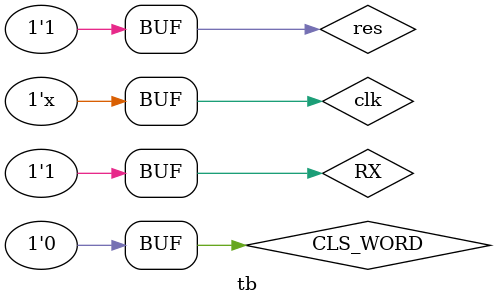
<source format=sv>

`timescale 1ns/100ps

module tb();
  
	reg clk; 
	reg clc; 
	reg res; 
	reg RX;
	reg CLS_WORD;
	reg [7:0] word_receiver;
	reg [7:0] word_transmitter;
	reg CONECT_PRIZNAC;
	
  initial
  begin
    #0
		RX	 = 1;
		clk  = 1'b0;
		res  = 1'b0;
		CLS_WORD = 1'b0;
    #100
		res = 1'b1;
	#100//HOLD
		RX = 1'b1;
	#100//START
		RX = 1'b0;
	#100//1
		RX = 1'b1;
	#100//2
		RX = 1'b0;
	#100//3
		RX = 1'b1;
	#100//4
		RX = 1'b0;
    #100//5
		RX = 1'b1;
	#100//6
		RX = 1'b0;
	#100//7
		RX = 1'b1;
	#100//8
		RX = 1'b0;
	#100//STOP
		RX = 1'b1;
		
	#500//STOP
		CLS_WORD = 1'b1;
	#100//STOP
		CLS_WORD = 1'b0;
		
	
	
	#10000//START
		RX = 1'b0;
	#100//1
		RX = 1'b1;
	#100//2
		RX = 1'b1;
	#100//3
		RX = 1'b1;
	#100//4
		RX = 1'b1;
    #100//5
		RX = 1'b1;
	#100//6
		RX = 1'b1;
	#100//7
		RX = 1'b1;
	#100//8
		RX = 1'b1;
	#100//STOP
		RX = 1'b1;
		

	#10000//START
		RX = 1'b0;
	#100//1
		RX = 1'b0;
	#100//2
		RX = 1'b0;
	#100//3
		RX = 1'b0;
	#100//4
		RX = 1'b0;
    #100//5
		RX = 1'b0;
	#100//6
		RX = 1'b0;
	#100//7
		RX = 1'b0;
	#100//8
		RX = 1'b0;
	#100//STOP
		RX = 1'b1;	
  end
  
      always #10 clk = ~clk;

CONECT conect
( 
	.clc(clc),
	.res(res),
	.CONECT_PRIZNAC(CONECT_PRIZNAC),
	.priznak_end_transmitter(priznak_end_transmitter),
	.word_receiver(word_receiver),
	.ENABLE(ENABLE),
	.word_transmitter(word_transmitter),
	.TRANSMITTER_PRIZNAK(TRANSMITTER_PRIZNAK)
);

 UART_transmitter  uart_transmitter 
( 
	.clc(clc),
	.res(res), 
	.word_transmitter(word_transmitter),
	.TRANSMITTER_PRIZNAK(TRANSMITTER_PRIZNAK),
	.TX(TX),
	.priznak_end_transmitter(priznak_end_transmitter)
);

 DEL  del 
( 
	.clk(clk),
	.res(res), 
	.RX(RX),
	.CLS_WORD(CLS_WORD),
	.ENABLE(ENABLE),
	.priznak_end_transmitter(priznak_end_transmitter),
	.CONECT_PRIZNAC(CONECT_PRIZNAC),
	.word_receiver(word_receiver)
);

 DEL_COUNTER del_counter 
( 
	.clk(clk),
	.res(res), 
	.clc(clc)
);

endmodule
</source>
